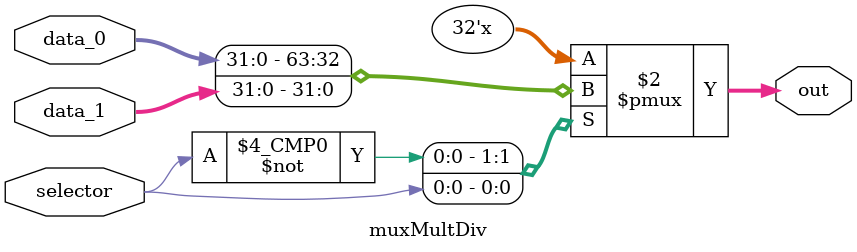
<source format=v>
module muxMultDiv(
    input wire selector,
    input wire [31:0] data_0, data_1,
    output reg [31:0] out
);

    always @* begin
        case(selector)

            1'b0: out = data_0;
            1'b1: out = data_1;

        endcase
    end
endmodule
</source>
